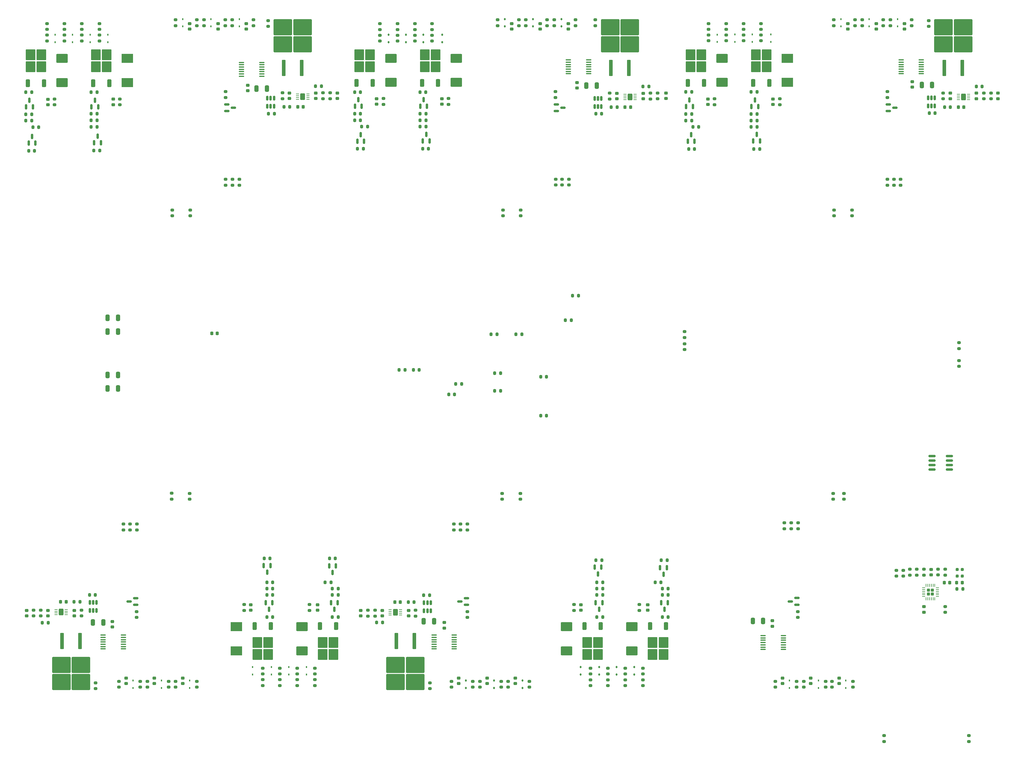
<source format=gbr>
%TF.GenerationSoftware,KiCad,Pcbnew,8.0.1*%
%TF.CreationDate,2024-04-17T10:04:04-05:00*%
%TF.ProjectId,Kristerj,4b726973-7465-4726-9a2e-6b696361645f,rev?*%
%TF.SameCoordinates,Original*%
%TF.FileFunction,Paste,Top*%
%TF.FilePolarity,Positive*%
%FSLAX46Y46*%
G04 Gerber Fmt 4.6, Leading zero omitted, Abs format (unit mm)*
G04 Created by KiCad (PCBNEW 8.0.1) date 2024-04-17 10:04:04*
%MOMM*%
%LPD*%
G01*
G04 APERTURE LIST*
G04 Aperture macros list*
%AMRoundRect*
0 Rectangle with rounded corners*
0 $1 Rounding radius*
0 $2 $3 $4 $5 $6 $7 $8 $9 X,Y pos of 4 corners*
0 Add a 4 corners polygon primitive as box body*
4,1,4,$2,$3,$4,$5,$6,$7,$8,$9,$2,$3,0*
0 Add four circle primitives for the rounded corners*
1,1,$1+$1,$2,$3*
1,1,$1+$1,$4,$5*
1,1,$1+$1,$6,$7*
1,1,$1+$1,$8,$9*
0 Add four rect primitives between the rounded corners*
20,1,$1+$1,$2,$3,$4,$5,0*
20,1,$1+$1,$4,$5,$6,$7,0*
20,1,$1+$1,$6,$7,$8,$9,0*
20,1,$1+$1,$8,$9,$2,$3,0*%
%AMFreePoly0*
4,1,25,0.266375,0.443630,0.297109,0.420047,0.420047,0.297109,0.458455,0.230584,0.463512,0.192176,0.463512,-0.192176,0.443630,-0.266375,0.420047,-0.297109,0.297109,-0.420047,0.230584,-0.458455,0.192176,-0.463512,-0.192176,-0.463512,-0.266375,-0.443630,-0.297109,-0.420047,-0.420047,-0.297109,-0.458455,-0.230584,-0.463512,-0.192176,-0.463512,0.192176,-0.443630,0.266375,-0.420047,0.297109,
-0.297109,0.420047,-0.230584,0.458455,-0.192176,0.463512,0.192176,0.463512,0.266375,0.443630,0.266375,0.443630,$1*%
G04 Aperture macros list end*
%ADD10RoundRect,0.250000X0.325000X0.650000X-0.325000X0.650000X-0.325000X-0.650000X0.325000X-0.650000X0*%
%ADD11RoundRect,0.225000X-0.250000X0.225000X-0.250000X-0.225000X0.250000X-0.225000X0.250000X0.225000X0*%
%ADD12RoundRect,0.225000X0.250000X-0.225000X0.250000X0.225000X-0.250000X0.225000X-0.250000X-0.225000X0*%
%ADD13R,0.450000X0.600000*%
%ADD14R,3.300000X2.500000*%
%ADD15RoundRect,0.112500X-0.112500X0.187500X-0.112500X-0.187500X0.112500X-0.187500X0.112500X0.187500X0*%
%ADD16RoundRect,0.112500X0.112500X-0.187500X0.112500X0.187500X-0.112500X0.187500X-0.112500X-0.187500X0*%
%ADD17RoundRect,0.250000X-0.300000X2.050000X-0.300000X-2.050000X0.300000X-2.050000X0.300000X2.050000X0*%
%ADD18RoundRect,0.250000X-2.375000X2.025000X-2.375000X-2.025000X2.375000X-2.025000X2.375000X2.025000X0*%
%ADD19RoundRect,0.250000X0.350000X-0.850000X0.350000X0.850000X-0.350000X0.850000X-0.350000X-0.850000X0*%
%ADD20RoundRect,0.250000X1.125000X-1.275000X1.125000X1.275000X-1.125000X1.275000X-1.125000X-1.275000X0*%
%ADD21RoundRect,0.250000X0.300000X-2.050000X0.300000X2.050000X-0.300000X2.050000X-0.300000X-2.050000X0*%
%ADD22RoundRect,0.250000X2.375000X-2.025000X2.375000X2.025000X-2.375000X2.025000X-2.375000X-2.025000X0*%
%ADD23RoundRect,0.200000X0.275000X-0.200000X0.275000X0.200000X-0.275000X0.200000X-0.275000X-0.200000X0*%
%ADD24RoundRect,0.200000X-0.275000X0.200000X-0.275000X-0.200000X0.275000X-0.200000X0.275000X0.200000X0*%
%ADD25RoundRect,0.200000X0.200000X0.275000X-0.200000X0.275000X-0.200000X-0.275000X0.200000X-0.275000X0*%
%ADD26RoundRect,0.200000X-0.200000X-0.275000X0.200000X-0.275000X0.200000X0.275000X-0.200000X0.275000X0*%
%ADD27RoundRect,0.250000X0.415000X0.710000X-0.415000X0.710000X-0.415000X-0.710000X0.415000X-0.710000X0*%
%ADD28RoundRect,0.062500X0.362500X0.062500X-0.362500X0.062500X-0.362500X-0.062500X0.362500X-0.062500X0*%
%ADD29RoundRect,0.250000X-0.415000X-0.710000X0.415000X-0.710000X0.415000X0.710000X-0.415000X0.710000X0*%
%ADD30RoundRect,0.062500X-0.362500X-0.062500X0.362500X-0.062500X0.362500X0.062500X-0.362500X0.062500X0*%
%ADD31RoundRect,0.225000X-0.225000X-0.250000X0.225000X-0.250000X0.225000X0.250000X-0.225000X0.250000X0*%
%ADD32RoundRect,0.225000X0.225000X0.250000X-0.225000X0.250000X-0.225000X-0.250000X0.225000X-0.250000X0*%
%ADD33RoundRect,0.150000X-0.150000X0.587500X-0.150000X-0.587500X0.150000X-0.587500X0.150000X0.587500X0*%
%ADD34RoundRect,0.150000X-0.150000X0.512500X-0.150000X-0.512500X0.150000X-0.512500X0.150000X0.512500X0*%
%ADD35RoundRect,0.150000X0.150000X-0.512500X0.150000X0.512500X-0.150000X0.512500X-0.150000X-0.512500X0*%
%ADD36RoundRect,0.250000X-1.400000X-1.000000X1.400000X-1.000000X1.400000X1.000000X-1.400000X1.000000X0*%
%ADD37RoundRect,0.250000X1.400000X1.000000X-1.400000X1.000000X-1.400000X-1.000000X1.400000X-1.000000X0*%
%ADD38RoundRect,0.250000X-0.350000X0.850000X-0.350000X-0.850000X0.350000X-0.850000X0.350000X0.850000X0*%
%ADD39RoundRect,0.250000X-1.125000X1.275000X-1.125000X-1.275000X1.125000X-1.275000X1.125000X1.275000X0*%
%ADD40RoundRect,0.150000X0.150000X-0.587500X0.150000X0.587500X-0.150000X0.587500X-0.150000X-0.587500X0*%
%ADD41RoundRect,0.200000X-0.200000X-0.250000X0.200000X-0.250000X0.200000X0.250000X-0.200000X0.250000X0*%
%ADD42FreePoly0,180.000000*%
%ADD43RoundRect,0.062500X0.375000X0.062500X-0.375000X0.062500X-0.375000X-0.062500X0.375000X-0.062500X0*%
%ADD44RoundRect,0.062500X0.062500X0.375000X-0.062500X0.375000X-0.062500X-0.375000X0.062500X-0.375000X0*%
%ADD45RoundRect,0.100000X-0.637500X-0.100000X0.637500X-0.100000X0.637500X0.100000X-0.637500X0.100000X0*%
%ADD46RoundRect,0.250000X-0.325000X-0.650000X0.325000X-0.650000X0.325000X0.650000X-0.325000X0.650000X0*%
%ADD47RoundRect,0.150000X-0.587500X-0.150000X0.587500X-0.150000X0.587500X0.150000X-0.587500X0.150000X0*%
%ADD48RoundRect,0.100000X0.637500X0.100000X-0.637500X0.100000X-0.637500X-0.100000X0.637500X-0.100000X0*%
%ADD49RoundRect,0.150000X0.587500X0.150000X-0.587500X0.150000X-0.587500X-0.150000X0.587500X-0.150000X0*%
%ADD50RoundRect,0.150000X-0.825000X-0.150000X0.825000X-0.150000X0.825000X0.150000X-0.825000X0.150000X0*%
G04 APERTURE END LIST*
D10*
%TO.C,C3*%
X184700000Y-193215000D03*
X181750000Y-193215000D03*
%TD*%
D11*
%TO.C,C9*%
X246675000Y-125705000D03*
X246675000Y-127255000D03*
%TD*%
%TO.C,C10*%
X222230000Y-270475000D03*
X222230000Y-272025000D03*
%TD*%
D12*
%TO.C,C11*%
X172360000Y-273620000D03*
X172360000Y-272070000D03*
%TD*%
D11*
%TO.C,C16*%
X241090000Y-270475000D03*
X241090000Y-272025000D03*
%TD*%
%TO.C,C35*%
X419900000Y-125755000D03*
X419900000Y-127305000D03*
%TD*%
D12*
%TO.C,C36*%
X369850000Y-128935000D03*
X369850000Y-127385000D03*
%TD*%
D13*
%TO.C,D1*%
X237950000Y-290200000D03*
X237950000Y-288100000D03*
%TD*%
%TO.C,D3*%
X232980000Y-290200000D03*
X232980000Y-288100000D03*
%TD*%
%TO.C,D5*%
X203000000Y-104775000D03*
X203000000Y-106875000D03*
%TD*%
%TO.C,D7*%
X228060000Y-290200000D03*
X228060000Y-288100000D03*
%TD*%
%TO.C,D9*%
X211000000Y-104775000D03*
X211000000Y-106875000D03*
%TD*%
%TO.C,D11*%
X219000000Y-104775000D03*
X219000000Y-106875000D03*
%TD*%
%TO.C,D13*%
X222785000Y-290200000D03*
X222785000Y-288100000D03*
%TD*%
D14*
%TO.C,D15*%
X218210000Y-276705000D03*
X218210000Y-283505000D03*
%TD*%
D15*
%TO.C,D25*%
X266115000Y-109235000D03*
X266115000Y-111335000D03*
%TD*%
%TO.C,D29*%
X271030000Y-109235000D03*
X271030000Y-111335000D03*
%TD*%
%TO.C,D31*%
X302000000Y-104775000D03*
X302000000Y-106875000D03*
%TD*%
D16*
%TO.C,D32*%
X291000000Y-294050000D03*
X291000000Y-291950000D03*
%TD*%
D13*
%TO.C,D49*%
X389000000Y-104775000D03*
X389000000Y-106875000D03*
%TD*%
%TO.C,D51*%
X363945000Y-109165000D03*
X363945000Y-111265000D03*
%TD*%
%TO.C,D54*%
X382665000Y-294050000D03*
X382665000Y-291950000D03*
%TD*%
%TO.C,D55*%
X405000000Y-104775000D03*
X405000000Y-106875000D03*
%TD*%
D14*
%TO.C,D59*%
X373870000Y-122705000D03*
X373870000Y-115905000D03*
%TD*%
D17*
%TO.C,Q11*%
X174010000Y-280770000D03*
D18*
X174245000Y-287495000D03*
X168695000Y-287495000D03*
X174245000Y-292345000D03*
X168695000Y-292345000D03*
D17*
X168930000Y-280770000D03*
%TD*%
D19*
%TO.C,Q33*%
X345745000Y-122855000D03*
D20*
X346500000Y-118230000D03*
X349550000Y-118230000D03*
X346500000Y-114880000D03*
X349550000Y-114880000D03*
D19*
X350305000Y-122855000D03*
%TD*%
D21*
%TO.C,Q36*%
X418225000Y-118640000D03*
D22*
X417990000Y-111915000D03*
X423540000Y-111915000D03*
X417990000Y-107065000D03*
X423540000Y-107065000D03*
D21*
X423305000Y-118640000D03*
%TD*%
D23*
%TO.C,R1*%
X240360000Y-293335000D03*
X240360000Y-291685000D03*
%TD*%
%TO.C,R2*%
X240360000Y-290095000D03*
X240360000Y-288445000D03*
%TD*%
D24*
%TO.C,R4*%
X164675000Y-109320000D03*
X164675000Y-110970000D03*
%TD*%
%TO.C,R5*%
X422385000Y-201400000D03*
X422385000Y-203050000D03*
%TD*%
D23*
%TO.C,R6*%
X422385000Y-198005000D03*
X422385000Y-196355000D03*
%TD*%
D24*
%TO.C,R9*%
X169550000Y-106075000D03*
X169550000Y-107725000D03*
%TD*%
D23*
%TO.C,R11*%
X186220000Y-249300000D03*
X186220000Y-247650000D03*
%TD*%
D24*
%TO.C,R13*%
X207000000Y-292175000D03*
X207000000Y-293825000D03*
%TD*%
D23*
%TO.C,R14*%
X230470000Y-293335000D03*
X230470000Y-291685000D03*
%TD*%
D24*
%TO.C,R22*%
X217045000Y-150115000D03*
X217045000Y-151765000D03*
%TD*%
%TO.C,R23*%
X199000000Y-292175000D03*
X199000000Y-293825000D03*
%TD*%
D23*
%TO.C,R24*%
X189980000Y-274075000D03*
X189980000Y-272425000D03*
%TD*%
%TO.C,R25*%
X218985000Y-151765000D03*
X218985000Y-150115000D03*
%TD*%
D24*
%TO.C,R26*%
X215165000Y-125325000D03*
X215165000Y-126975000D03*
%TD*%
D23*
%TO.C,R27*%
X217000000Y-106650000D03*
X217000000Y-105000000D03*
%TD*%
D24*
%TO.C,R28*%
X191000000Y-292175000D03*
X191000000Y-293825000D03*
%TD*%
D23*
%TO.C,R29*%
X225595000Y-293335000D03*
X225595000Y-291685000D03*
%TD*%
%TO.C,R30*%
X225595000Y-290095000D03*
X225595000Y-288445000D03*
%TD*%
D25*
%TO.C,R47*%
X228435000Y-274000000D03*
X226785000Y-274000000D03*
%TD*%
D24*
%TO.C,R52*%
X174385000Y-272020000D03*
X174385000Y-273670000D03*
%TD*%
D23*
%TO.C,R53*%
X231170000Y-127305000D03*
X231170000Y-125655000D03*
%TD*%
D25*
%TO.C,R58*%
X228910000Y-131570000D03*
X227260000Y-131570000D03*
%TD*%
D23*
%TO.C,R61*%
X242680000Y-127305000D03*
X242680000Y-125655000D03*
%TD*%
D25*
%TO.C,R62*%
X161115000Y-142085000D03*
X159465000Y-142085000D03*
%TD*%
D26*
%TO.C,R65*%
X245270000Y-267735000D03*
X246920000Y-267735000D03*
%TD*%
D24*
%TO.C,R87*%
X301000000Y-292175000D03*
X301000000Y-293825000D03*
%TD*%
%TO.C,R89*%
X268625000Y-106095000D03*
X268625000Y-107745000D03*
%TD*%
%TO.C,R90*%
X268625000Y-109340000D03*
X268625000Y-110990000D03*
%TD*%
D23*
%TO.C,R93*%
X323130000Y-290090000D03*
X323130000Y-288440000D03*
%TD*%
D24*
%TO.C,R95*%
X283445000Y-247645000D03*
X283445000Y-249295000D03*
%TD*%
D23*
%TO.C,R96*%
X300000000Y-106650000D03*
X300000000Y-105000000D03*
%TD*%
D24*
%TO.C,R97*%
X293000000Y-292175000D03*
X293000000Y-293825000D03*
%TD*%
%TO.C,R99*%
X308347500Y-125325000D03*
X308347500Y-126975000D03*
%TD*%
D23*
%TO.C,R101*%
X308000000Y-106650000D03*
X308000000Y-105000000D03*
%TD*%
D24*
%TO.C,R104*%
X273495000Y-109340000D03*
X273495000Y-110990000D03*
%TD*%
D23*
%TO.C,R105*%
X318260000Y-293395000D03*
X318260000Y-291745000D03*
%TD*%
%TO.C,R106*%
X318260000Y-290090000D03*
X318260000Y-288440000D03*
%TD*%
%TO.C,R107*%
X298555000Y-160470000D03*
X298555000Y-158820000D03*
%TD*%
D24*
%TO.C,R108*%
X293485000Y-158820000D03*
X293485000Y-160470000D03*
%TD*%
%TO.C,R109*%
X293305000Y-238965000D03*
X293305000Y-240615000D03*
%TD*%
D26*
%TO.C,R111*%
X319795000Y-257855000D03*
X321445000Y-257855000D03*
%TD*%
%TO.C,R112*%
X266740000Y-269715000D03*
X268390000Y-269715000D03*
%TD*%
%TO.C,R115*%
X320060000Y-264110000D03*
X321710000Y-264110000D03*
%TD*%
D25*
%TO.C,R116*%
X321710000Y-265925000D03*
X320060000Y-265925000D03*
%TD*%
D23*
%TO.C,R132*%
X335190000Y-127380000D03*
X335190000Y-125730000D03*
%TD*%
D26*
%TO.C,R133*%
X338235000Y-257855000D03*
X339885000Y-257855000D03*
%TD*%
D25*
%TO.C,R134*%
X254045000Y-141460000D03*
X252395000Y-141460000D03*
%TD*%
%TO.C,R135*%
X338185000Y-264110000D03*
X336535000Y-264110000D03*
%TD*%
%TO.C,R136*%
X340185000Y-265925000D03*
X338535000Y-265925000D03*
%TD*%
D26*
%TO.C,R137*%
X338535000Y-267735000D03*
X340185000Y-267735000D03*
%TD*%
%TO.C,R138*%
X253590000Y-135210000D03*
X255240000Y-135210000D03*
%TD*%
%TO.C,R139*%
X251580000Y-133400000D03*
X253230000Y-133400000D03*
%TD*%
%TO.C,R140*%
X257800000Y-275510000D03*
X259450000Y-275510000D03*
%TD*%
D25*
%TO.C,R141*%
X334720000Y-123880000D03*
X333070000Y-123880000D03*
%TD*%
%TO.C,R142*%
X253240000Y-131570000D03*
X251590000Y-131570000D03*
%TD*%
%TO.C,R143*%
X340185000Y-274000000D03*
X338535000Y-274000000D03*
%TD*%
D26*
%TO.C,R144*%
X251590000Y-125435000D03*
X253240000Y-125435000D03*
%TD*%
D24*
%TO.C,R145*%
X272890000Y-292565000D03*
X272890000Y-294215000D03*
%TD*%
D23*
%TO.C,R146*%
X319635000Y-106650000D03*
X319635000Y-105000000D03*
%TD*%
%TO.C,R147*%
X332060000Y-272075000D03*
X332060000Y-270425000D03*
%TD*%
D24*
%TO.C,R148*%
X259720000Y-127270000D03*
X259720000Y-128920000D03*
%TD*%
%TO.C,R153*%
X356615000Y-106045000D03*
X356615000Y-107695000D03*
%TD*%
%TO.C,R154*%
X356620000Y-109270000D03*
X356620000Y-110920000D03*
%TD*%
%TO.C,R157*%
X402130000Y-150115000D03*
X402130000Y-151765000D03*
%TD*%
D23*
%TO.C,R158*%
X373055000Y-248990000D03*
X373055000Y-247340000D03*
%TD*%
%TO.C,R159*%
X387000000Y-106650000D03*
X387000000Y-105000000D03*
%TD*%
D24*
%TO.C,R169*%
X374955000Y-247330000D03*
X374955000Y-248980000D03*
%TD*%
%TO.C,R170*%
X384710000Y-292175000D03*
X384710000Y-293825000D03*
%TD*%
%TO.C,R171*%
X402140000Y-125335000D03*
X402140000Y-126985000D03*
%TD*%
D23*
%TO.C,R172*%
X376867500Y-274070000D03*
X376867500Y-272420000D03*
%TD*%
D24*
%TO.C,R175*%
X366405000Y-106045000D03*
X366405000Y-107695000D03*
%TD*%
%TO.C,R176*%
X366405000Y-109270000D03*
X366405000Y-110920000D03*
%TD*%
D23*
%TO.C,R179*%
X392145000Y-160470000D03*
X392145000Y-158820000D03*
%TD*%
D24*
%TO.C,R180*%
X387075000Y-158820000D03*
X387075000Y-160470000D03*
%TD*%
%TO.C,R181*%
X386790000Y-238965000D03*
X386790000Y-240615000D03*
%TD*%
D23*
%TO.C,R182*%
X389865000Y-240615000D03*
X389865000Y-238965000D03*
%TD*%
D25*
%TO.C,R183*%
X366060000Y-141555000D03*
X364410000Y-141555000D03*
%TD*%
%TO.C,R185*%
X419970000Y-129740000D03*
X418320000Y-129740000D03*
%TD*%
%TO.C,R187*%
X365295000Y-135300000D03*
X363645000Y-135300000D03*
%TD*%
D26*
%TO.C,R188*%
X363645000Y-133485000D03*
X365295000Y-133485000D03*
%TD*%
D25*
%TO.C,R189*%
X365295000Y-131675000D03*
X363645000Y-131675000D03*
%TD*%
D26*
%TO.C,R193*%
X363645000Y-125410000D03*
X365295000Y-125410000D03*
%TD*%
D24*
%TO.C,R195*%
X371735000Y-127335000D03*
X371735000Y-128985000D03*
%TD*%
D23*
%TO.C,R198*%
X417870000Y-127355000D03*
X417870000Y-125705000D03*
%TD*%
D27*
%TO.C,U5*%
X168635000Y-272575000D03*
D28*
X170085000Y-273325000D03*
X170085000Y-272825000D03*
X170085000Y-272325000D03*
X170085000Y-271825000D03*
X167185000Y-271825000D03*
X167185000Y-272325000D03*
X167185000Y-272825000D03*
X167185000Y-273325000D03*
%TD*%
D27*
%TO.C,U13*%
X263090000Y-272610000D03*
D28*
X264540000Y-273360000D03*
X264540000Y-272860000D03*
X264540000Y-272360000D03*
X264540000Y-271860000D03*
X261640000Y-271860000D03*
X261640000Y-272360000D03*
X261640000Y-272860000D03*
X261640000Y-273360000D03*
%TD*%
D29*
%TO.C,U14*%
X329430000Y-126825000D03*
D30*
X327980000Y-126075000D03*
X327980000Y-126575000D03*
X327980000Y-127075000D03*
X327980000Y-127575000D03*
X330880000Y-127575000D03*
X330880000Y-127075000D03*
X330880000Y-126575000D03*
X330880000Y-126075000D03*
%TD*%
D29*
%TO.C,U22*%
X423630000Y-126800000D03*
D30*
X422180000Y-126050000D03*
X422180000Y-126550000D03*
X422180000Y-127050000D03*
X422180000Y-127550000D03*
X425080000Y-127550000D03*
X425080000Y-127050000D03*
X425080000Y-126550000D03*
X425080000Y-126050000D03*
%TD*%
D16*
%TO.C,D30*%
X320725000Y-290195000D03*
X320725000Y-288095000D03*
%TD*%
D10*
%TO.C,C1*%
X184700000Y-209295000D03*
X181750000Y-209295000D03*
%TD*%
D13*
%TO.C,D6*%
X205000000Y-294050000D03*
X205000000Y-291950000D03*
%TD*%
%TO.C,D4*%
X171890000Y-109205000D03*
X171890000Y-111305000D03*
%TD*%
%TO.C,D2*%
X166915000Y-109215000D03*
X166915000Y-111315000D03*
%TD*%
%TO.C,D8*%
X176840000Y-109215000D03*
X176840000Y-111315000D03*
%TD*%
%TO.C,D14*%
X181870000Y-109215000D03*
X181870000Y-111315000D03*
%TD*%
%TO.C,D12*%
X189000000Y-294050000D03*
X189000000Y-291950000D03*
%TD*%
D14*
%TO.C,D16*%
X187360000Y-122740000D03*
X187360000Y-115940000D03*
%TD*%
D13*
%TO.C,D10*%
X197000000Y-294050000D03*
X197000000Y-291950000D03*
%TD*%
D25*
%TO.C,R64*%
X246920000Y-265925000D03*
X245270000Y-265925000D03*
%TD*%
D26*
%TO.C,R66*%
X160665000Y-135335000D03*
X162315000Y-135335000D03*
%TD*%
%TO.C,R67*%
X158665000Y-133540000D03*
X160315000Y-133540000D03*
%TD*%
D25*
%TO.C,R63*%
X244920000Y-264110000D03*
X243270000Y-264110000D03*
%TD*%
D23*
%TO.C,R57*%
X244705000Y-127305000D03*
X244705000Y-125655000D03*
%TD*%
D25*
%TO.C,R43*%
X178795000Y-135250000D03*
X177145000Y-135250000D03*
%TD*%
%TO.C,R40*%
X233270000Y-129630000D03*
X231620000Y-129630000D03*
%TD*%
D24*
%TO.C,R33*%
X199865000Y-238955000D03*
X199865000Y-240605000D03*
%TD*%
D26*
%TO.C,R56*%
X176655000Y-267730000D03*
X178305000Y-267730000D03*
%TD*%
D24*
%TO.C,R49*%
X344810000Y-196660000D03*
X344810000Y-198310000D03*
%TD*%
%TO.C,R36*%
X200055000Y-158820000D03*
X200055000Y-160470000D03*
%TD*%
D26*
%TO.C,R41*%
X226785000Y-264110000D03*
X228435000Y-264110000D03*
%TD*%
D24*
%TO.C,R32*%
X179450000Y-109320000D03*
X179450000Y-110970000D03*
%TD*%
D26*
%TO.C,R39*%
X172285000Y-269675000D03*
X173935000Y-269675000D03*
%TD*%
%TO.C,R37*%
X226020000Y-257355000D03*
X227670000Y-257355000D03*
%TD*%
%TO.C,R60*%
X244470000Y-257355000D03*
X246120000Y-257355000D03*
%TD*%
D25*
%TO.C,R38*%
X179545000Y-141995000D03*
X177895000Y-141995000D03*
%TD*%
D24*
%TO.C,R59*%
X162875000Y-272020000D03*
X162875000Y-273670000D03*
%TD*%
D23*
%TO.C,R54*%
X344815000Y-194855000D03*
X344815000Y-193205000D03*
%TD*%
D24*
%TO.C,R55*%
X160850000Y-272020000D03*
X160850000Y-273670000D03*
%TD*%
D26*
%TO.C,R48*%
X177135000Y-125495000D03*
X178785000Y-125495000D03*
%TD*%
D25*
%TO.C,R42*%
X228435000Y-265925000D03*
X226785000Y-265925000D03*
%TD*%
D23*
%TO.C,R34*%
X204940000Y-240615000D03*
X204940000Y-238965000D03*
%TD*%
%TO.C,R35*%
X205135000Y-160470000D03*
X205135000Y-158820000D03*
%TD*%
D31*
%TO.C,C19*%
X328015000Y-129700000D03*
X329565000Y-129700000D03*
%TD*%
D32*
%TO.C,C18*%
X264505000Y-269715000D03*
X262955000Y-269715000D03*
%TD*%
D29*
%TO.C,U6*%
X236920000Y-126750000D03*
D30*
X235470000Y-126000000D03*
X235470000Y-126500000D03*
X235470000Y-127000000D03*
X235470000Y-127500000D03*
X238370000Y-127500000D03*
X238370000Y-127000000D03*
X238370000Y-126500000D03*
X238370000Y-126000000D03*
%TD*%
D33*
%TO.C,Q13*%
X321615000Y-269875000D03*
X319715000Y-269875000D03*
X320665000Y-271750000D03*
%TD*%
D21*
%TO.C,Q12*%
X231545000Y-118640000D03*
D22*
X231310000Y-111915000D03*
X236860000Y-111915000D03*
X231310000Y-107065000D03*
X236860000Y-107065000D03*
D21*
X236625000Y-118640000D03*
%TD*%
D34*
%TO.C,Q6*%
X228815000Y-127170000D03*
X227865000Y-127170000D03*
X226915000Y-127170000D03*
X226915000Y-129445000D03*
X227865000Y-129445000D03*
X228815000Y-129445000D03*
%TD*%
D35*
%TO.C,Q5*%
X176750000Y-272130000D03*
X177700000Y-272130000D03*
X178650000Y-272130000D03*
X178650000Y-269855000D03*
X177700000Y-269855000D03*
X176750000Y-269855000D03*
%TD*%
D24*
%TO.C,R10*%
X169550000Y-109320000D03*
X169550000Y-110970000D03*
%TD*%
D23*
%TO.C,R12*%
X201000000Y-106650000D03*
X201000000Y-105000000D03*
%TD*%
%TO.C,R21*%
X209000000Y-106650000D03*
X209000000Y-105000000D03*
%TD*%
D24*
%TO.C,R19*%
X215145000Y-150115000D03*
X215145000Y-151765000D03*
%TD*%
D23*
%TO.C,R18*%
X188120000Y-249300000D03*
X188120000Y-247650000D03*
%TD*%
D24*
%TO.C,R17*%
X174465000Y-109320000D03*
X174465000Y-110970000D03*
%TD*%
D13*
%TO.C,D47*%
X359030000Y-109165000D03*
X359030000Y-111265000D03*
%TD*%
%TO.C,D53*%
X397000000Y-104775000D03*
X397000000Y-106875000D03*
%TD*%
%TO.C,D45*%
X354055000Y-109170000D03*
X354055000Y-111270000D03*
%TD*%
%TO.C,D57*%
X369215000Y-109165000D03*
X369215000Y-111265000D03*
%TD*%
D23*
%TO.C,R94*%
X310235000Y-151745000D03*
X310235000Y-150095000D03*
%TD*%
D24*
%TO.C,R102*%
X285000000Y-292175000D03*
X285000000Y-293825000D03*
%TD*%
%TO.C,R88*%
X308385000Y-150095000D03*
X308385000Y-151745000D03*
%TD*%
D25*
%TO.C,R114*%
X325780000Y-129700000D03*
X324130000Y-129700000D03*
%TD*%
%TO.C,R113*%
X272460000Y-141460000D03*
X270810000Y-141460000D03*
%TD*%
D24*
%TO.C,R103*%
X273495000Y-106095000D03*
X273495000Y-107745000D03*
%TD*%
D10*
%TO.C,C2*%
X184700000Y-205460000D03*
X181750000Y-205460000D03*
%TD*%
%TO.C,C4*%
X184700000Y-189295000D03*
X181750000Y-189295000D03*
%TD*%
D32*
%TO.C,C5*%
X212775000Y-193675000D03*
X211225000Y-193675000D03*
%TD*%
%TO.C,C6*%
X170050000Y-269675000D03*
X168500000Y-269675000D03*
%TD*%
D31*
%TO.C,C7*%
X235505000Y-129640000D03*
X237055000Y-129640000D03*
%TD*%
D12*
%TO.C,C8*%
X158880000Y-273620000D03*
X158880000Y-272070000D03*
%TD*%
D11*
%TO.C,C12*%
X233195000Y-125705000D03*
X233195000Y-127255000D03*
%TD*%
D12*
%TO.C,C13*%
X183340000Y-129005000D03*
X183340000Y-127455000D03*
%TD*%
D11*
%TO.C,C14*%
X164920000Y-272070000D03*
X164920000Y-273620000D03*
%TD*%
D12*
%TO.C,C15*%
X240635000Y-127255000D03*
X240635000Y-125705000D03*
%TD*%
%TO.C,C20*%
X253335000Y-273655000D03*
X253335000Y-272105000D03*
%TD*%
D11*
%TO.C,C21*%
X339605000Y-125695000D03*
X339605000Y-127245000D03*
%TD*%
D12*
%TO.C,C22*%
X266815000Y-273655000D03*
X266815000Y-272105000D03*
%TD*%
D11*
%TO.C,C23*%
X325705000Y-125815000D03*
X325705000Y-127365000D03*
%TD*%
%TO.C,C24*%
X315505000Y-270475000D03*
X315505000Y-272025000D03*
%TD*%
D12*
%TO.C,C25*%
X276270000Y-128870000D03*
X276270000Y-127320000D03*
%TD*%
D11*
%TO.C,C26*%
X259375000Y-272105000D03*
X259375000Y-273655000D03*
%TD*%
D12*
%TO.C,C27*%
X333145000Y-127330000D03*
X333145000Y-125780000D03*
%TD*%
D11*
%TO.C,C28*%
X334440000Y-270475000D03*
X334440000Y-272025000D03*
%TD*%
D12*
%TO.C,C29*%
X257810000Y-128870000D03*
X257810000Y-127320000D03*
%TD*%
D31*
%TO.C,C31*%
X422215000Y-129740000D03*
X423765000Y-129740000D03*
%TD*%
D11*
%TO.C,C33*%
X433385000Y-125755000D03*
X433385000Y-127305000D03*
%TD*%
D36*
%TO.C,D21*%
X236685000Y-276705000D03*
X236685000Y-283505000D03*
%TD*%
D37*
%TO.C,D22*%
X168900000Y-122740000D03*
X168900000Y-115940000D03*
%TD*%
D15*
%TO.C,D23*%
X261145000Y-109235000D03*
X261145000Y-111335000D03*
%TD*%
D16*
%TO.C,D24*%
X330610000Y-290195000D03*
X330610000Y-288095000D03*
%TD*%
%TO.C,D26*%
X325640000Y-290195000D03*
X325640000Y-288095000D03*
%TD*%
D15*
%TO.C,D27*%
X294000000Y-104775000D03*
X294000000Y-106875000D03*
%TD*%
D16*
%TO.C,D28*%
X299000000Y-294050000D03*
X299000000Y-291950000D03*
%TD*%
D15*
%TO.C,D33*%
X310000000Y-104775000D03*
X310000000Y-106875000D03*
%TD*%
D16*
%TO.C,D34*%
X283000000Y-294050000D03*
X283000000Y-291950000D03*
%TD*%
D38*
%TO.C,Q3*%
X227870000Y-276555000D03*
D39*
X227115000Y-281180000D03*
X224065000Y-281180000D03*
X227115000Y-284530000D03*
X224065000Y-284530000D03*
D38*
X223310000Y-276555000D03*
%TD*%
D19*
%TO.C,Q4*%
X177700000Y-122890000D03*
D20*
X178455000Y-118265000D03*
X181505000Y-118265000D03*
X178455000Y-114915000D03*
X181505000Y-114915000D03*
D19*
X182260000Y-122890000D03*
%TD*%
D33*
%TO.C,Q7*%
X246825000Y-269875000D03*
X244925000Y-269875000D03*
X245875000Y-271750000D03*
%TD*%
D40*
%TO.C,Q8*%
X158755000Y-129615000D03*
X160655000Y-129615000D03*
X159705000Y-127740000D03*
%TD*%
D38*
%TO.C,Q9*%
X246355000Y-276555000D03*
D39*
X245600000Y-281180000D03*
X242550000Y-281180000D03*
X245600000Y-284530000D03*
X242550000Y-284530000D03*
D38*
X241795000Y-276555000D03*
%TD*%
D19*
%TO.C,Q10*%
X159225000Y-122890000D03*
D20*
X159980000Y-118265000D03*
X163030000Y-118265000D03*
X159980000Y-114915000D03*
X163030000Y-114915000D03*
D19*
X163785000Y-122890000D03*
%TD*%
D40*
%TO.C,Q14*%
X270160000Y-129465000D03*
X272060000Y-129465000D03*
X271110000Y-127590000D03*
%TD*%
D38*
%TO.C,Q15*%
X321145000Y-276555000D03*
D39*
X320390000Y-281180000D03*
X317340000Y-281180000D03*
X320390000Y-284530000D03*
X317340000Y-284530000D03*
D38*
X316585000Y-276555000D03*
%TD*%
D19*
%TO.C,Q16*%
X270630000Y-122855000D03*
D20*
X271385000Y-118230000D03*
X274435000Y-118230000D03*
X271385000Y-114880000D03*
X274435000Y-114880000D03*
D19*
X275190000Y-122855000D03*
%TD*%
D34*
%TO.C,Q18*%
X321325000Y-127240000D03*
X320375000Y-127240000D03*
X319425000Y-127240000D03*
X319425000Y-129515000D03*
X320375000Y-129515000D03*
X321325000Y-129515000D03*
%TD*%
D33*
%TO.C,Q19*%
X340090000Y-269875000D03*
X338190000Y-269875000D03*
X339140000Y-271750000D03*
%TD*%
D24*
%TO.C,R3*%
X164675000Y-106075000D03*
X164675000Y-107725000D03*
%TD*%
D23*
%TO.C,R7*%
X235395000Y-293335000D03*
X235395000Y-291685000D03*
%TD*%
%TO.C,R8*%
X235395000Y-290095000D03*
X235395000Y-288445000D03*
%TD*%
%TO.C,R15*%
X230470000Y-290095000D03*
X230470000Y-288445000D03*
%TD*%
D24*
%TO.C,R20*%
X190060000Y-247650000D03*
X190060000Y-249300000D03*
%TD*%
%TO.C,R31*%
X179450000Y-106075000D03*
X179450000Y-107725000D03*
%TD*%
D26*
%TO.C,R44*%
X177145000Y-133445000D03*
X178795000Y-133445000D03*
%TD*%
%TO.C,R45*%
X226785000Y-267735000D03*
X228435000Y-267735000D03*
%TD*%
D25*
%TO.C,R46*%
X178795000Y-131595000D03*
X177145000Y-131595000D03*
%TD*%
D23*
%TO.C,R50*%
X220345000Y-272075000D03*
X220345000Y-270425000D03*
%TD*%
D24*
%TO.C,R51*%
X185225000Y-127405000D03*
X185225000Y-129055000D03*
%TD*%
D25*
%TO.C,R68*%
X160310000Y-131735000D03*
X158660000Y-131735000D03*
%TD*%
%TO.C,R69*%
X246920000Y-274000000D03*
X245270000Y-274000000D03*
%TD*%
D26*
%TO.C,R70*%
X163345000Y-275540000D03*
X164995000Y-275540000D03*
%TD*%
D25*
%TO.C,R71*%
X242210000Y-123805000D03*
X240560000Y-123805000D03*
%TD*%
D26*
%TO.C,R72*%
X158660000Y-125495000D03*
X160310000Y-125495000D03*
%TD*%
D23*
%TO.C,R73*%
X238795000Y-272075000D03*
X238795000Y-270425000D03*
%TD*%
D24*
%TO.C,R74*%
X178400000Y-292565000D03*
X178400000Y-294215000D03*
%TD*%
D23*
%TO.C,R75*%
X227130000Y-106845000D03*
X227130000Y-105195000D03*
%TD*%
D24*
%TO.C,R76*%
X166790000Y-127410000D03*
X166790000Y-129060000D03*
%TD*%
%TO.C,R77*%
X258730000Y-106095000D03*
X258730000Y-107745000D03*
%TD*%
%TO.C,R78*%
X258730000Y-109340000D03*
X258730000Y-110990000D03*
%TD*%
D23*
%TO.C,R79*%
X333025000Y-293395000D03*
X333025000Y-291745000D03*
%TD*%
%TO.C,R80*%
X333025000Y-290090000D03*
X333025000Y-288440000D03*
%TD*%
D24*
%TO.C,R81*%
X263695000Y-106095000D03*
X263695000Y-107745000D03*
%TD*%
%TO.C,R82*%
X263695000Y-109340000D03*
X263695000Y-110990000D03*
%TD*%
D23*
%TO.C,R83*%
X328060000Y-293395000D03*
X328060000Y-291745000D03*
%TD*%
%TO.C,R84*%
X328060000Y-290090000D03*
X328060000Y-288440000D03*
%TD*%
D24*
%TO.C,R85*%
X312125000Y-150095000D03*
X312125000Y-151745000D03*
%TD*%
D23*
%TO.C,R86*%
X292000000Y-106650000D03*
X292000000Y-105000000D03*
%TD*%
%TO.C,R91*%
X281510000Y-249295000D03*
X281510000Y-247645000D03*
%TD*%
%TO.C,R92*%
X323130000Y-293395000D03*
X323130000Y-291745000D03*
%TD*%
D26*
%TO.C,R117*%
X320060000Y-267735000D03*
X321710000Y-267735000D03*
%TD*%
D25*
%TO.C,R118*%
X271725000Y-135210000D03*
X270075000Y-135210000D03*
%TD*%
D26*
%TO.C,R119*%
X270075000Y-133400000D03*
X271725000Y-133400000D03*
%TD*%
D25*
%TO.C,R120*%
X271725000Y-131570000D03*
X270075000Y-131570000D03*
%TD*%
%TO.C,R121*%
X321710000Y-274000000D03*
X320060000Y-274000000D03*
%TD*%
D26*
%TO.C,R122*%
X270065000Y-125435000D03*
X271715000Y-125435000D03*
%TD*%
D23*
%TO.C,R123*%
X313620000Y-272075000D03*
X313620000Y-270425000D03*
%TD*%
D24*
%TO.C,R124*%
X278155000Y-127270000D03*
X278155000Y-128920000D03*
%TD*%
%TO.C,R125*%
X268840000Y-272055000D03*
X268840000Y-273705000D03*
%TD*%
%TO.C,R16*%
X174465000Y-106075000D03*
X174465000Y-107725000D03*
%TD*%
D23*
%TO.C,R110*%
X298395000Y-240615000D03*
X298395000Y-238965000D03*
%TD*%
D13*
%TO.C,D56*%
X374485000Y-294050000D03*
X374485000Y-291950000D03*
%TD*%
%TO.C,D50*%
X390345000Y-294050000D03*
X390345000Y-291950000D03*
%TD*%
D23*
%TO.C,R100*%
X283455000Y-274085000D03*
X283455000Y-272435000D03*
%TD*%
D24*
%TO.C,R98*%
X279610000Y-247645000D03*
X279610000Y-249295000D03*
%TD*%
D11*
%TO.C,C50*%
X407000000Y-106050000D03*
X407000000Y-107600000D03*
%TD*%
D41*
%TO.C,X1*%
X421845000Y-260485000D03*
X421845000Y-262335000D03*
X423295000Y-262335000D03*
X423295000Y-260485000D03*
%TD*%
D23*
%TO.C,R201*%
X431415000Y-127355000D03*
X431415000Y-125705000D03*
%TD*%
D26*
%TO.C,R221*%
X268175000Y-204000000D03*
X269825000Y-204000000D03*
%TD*%
D15*
%TO.C,D35*%
X276305000Y-109235000D03*
X276305000Y-111335000D03*
%TD*%
D23*
%TO.C,R247*%
X279000000Y-293825000D03*
X279000000Y-292175000D03*
%TD*%
D42*
%TO.C,U8*%
X414890000Y-267480000D03*
X414890000Y-266340000D03*
X413750000Y-267480000D03*
X413750000Y-266340000D03*
D43*
X416257500Y-268160000D03*
X416257500Y-267660000D03*
X416257500Y-267160000D03*
X416257500Y-266660000D03*
X416257500Y-266160000D03*
X416257500Y-265660000D03*
D44*
X415570000Y-264972500D03*
X415070000Y-264972500D03*
X414570000Y-264972500D03*
X414070000Y-264972500D03*
X413570000Y-264972500D03*
X413070000Y-264972500D03*
D43*
X412382500Y-265660000D03*
X412382500Y-266160000D03*
X412382500Y-266660000D03*
X412382500Y-267160000D03*
X412382500Y-267660000D03*
X412382500Y-268160000D03*
D44*
X413070000Y-268847500D03*
X413570000Y-268847500D03*
X414070000Y-268847500D03*
X414570000Y-268847500D03*
X415070000Y-268847500D03*
X415570000Y-268847500D03*
%TD*%
D11*
%TO.C,C45*%
X296000000Y-106050000D03*
X296000000Y-107600000D03*
%TD*%
D24*
%TO.C,R149*%
X351645000Y-106050000D03*
X351645000Y-107700000D03*
%TD*%
D33*
%TO.C,Q37*%
X227817500Y-259375000D03*
X225917500Y-259375000D03*
X226867500Y-261250000D03*
%TD*%
D24*
%TO.C,R240*%
X401000000Y-105000000D03*
X401000000Y-106650000D03*
%TD*%
D23*
%TO.C,R260*%
X425185000Y-309170000D03*
X425185000Y-307520000D03*
%TD*%
D45*
%TO.C,U26*%
X312022500Y-116350000D03*
X312022500Y-117000000D03*
X312022500Y-117650000D03*
X312022500Y-118300000D03*
X312022500Y-118950000D03*
X312022500Y-119600000D03*
X312022500Y-120250000D03*
X317747500Y-120250000D03*
X317747500Y-119600000D03*
X317747500Y-118950000D03*
X317747500Y-118300000D03*
X317747500Y-117650000D03*
X317747500Y-117000000D03*
X317747500Y-116350000D03*
%TD*%
D26*
%TO.C,R225*%
X297175000Y-194000000D03*
X298825000Y-194000000D03*
%TD*%
D45*
%TO.C,U25*%
X219637500Y-117050000D03*
X219637500Y-117700000D03*
X219637500Y-118350000D03*
X219637500Y-119000000D03*
X219637500Y-119650000D03*
X219637500Y-120300000D03*
X219637500Y-120950000D03*
X225362500Y-120950000D03*
X225362500Y-120300000D03*
X225362500Y-119650000D03*
X225362500Y-119000000D03*
X225362500Y-118350000D03*
X225362500Y-117700000D03*
X225362500Y-117050000D03*
%TD*%
D10*
%TO.C,C67*%
X367050000Y-275075000D03*
X364100000Y-275075000D03*
%TD*%
D46*
%TO.C,C34*%
X223850000Y-124425000D03*
X226800000Y-124425000D03*
%TD*%
D25*
%TO.C,R202*%
X415620000Y-131435000D03*
X413970000Y-131435000D03*
%TD*%
D24*
%TO.C,R241*%
X409000000Y-105000000D03*
X409000000Y-106650000D03*
%TD*%
D11*
%TO.C,C44*%
X221000000Y-106050000D03*
X221000000Y-107600000D03*
%TD*%
D46*
%TO.C,C65*%
X411850000Y-123475000D03*
X414800000Y-123475000D03*
%TD*%
D12*
%TO.C,C37*%
X183155000Y-276790000D03*
X183155000Y-275240000D03*
%TD*%
D23*
%TO.C,R246*%
X287000000Y-293825000D03*
X287000000Y-292175000D03*
%TD*%
%TO.C,R165*%
X403985000Y-151765000D03*
X403985000Y-150115000D03*
%TD*%
D12*
%TO.C,C53*%
X187000000Y-292775000D03*
X187000000Y-291225000D03*
%TD*%
D25*
%TO.C,R227*%
X265825000Y-204000000D03*
X264175000Y-204000000D03*
%TD*%
D24*
%TO.C,R174*%
X376530000Y-292175000D03*
X376530000Y-293825000D03*
%TD*%
D23*
%TO.C,R253*%
X412485000Y-262090000D03*
X412485000Y-260440000D03*
%TD*%
D12*
%TO.C,C58*%
X380515000Y-292775000D03*
X380515000Y-291225000D03*
%TD*%
D21*
%TO.C,Q24*%
X324030000Y-118640000D03*
D22*
X323795000Y-111915000D03*
X329345000Y-111915000D03*
X323795000Y-107065000D03*
X329345000Y-107065000D03*
D21*
X329110000Y-118640000D03*
%TD*%
D38*
%TO.C,Q21*%
X339620000Y-276555000D03*
D39*
X338865000Y-281180000D03*
X335815000Y-281180000D03*
X338865000Y-284530000D03*
X335815000Y-284530000D03*
D38*
X335060000Y-276555000D03*
%TD*%
D33*
%TO.C,Q1*%
X228340000Y-269870000D03*
X226440000Y-269870000D03*
X227390000Y-271745000D03*
%TD*%
D26*
%TO.C,R226*%
X313175000Y-183000000D03*
X314825000Y-183000000D03*
%TD*%
D24*
%TO.C,R127*%
X255305000Y-272055000D03*
X255305000Y-273705000D03*
%TD*%
D12*
%TO.C,C66*%
X369655000Y-276570000D03*
X369655000Y-275020000D03*
%TD*%
D31*
%TO.C,C61*%
X421730000Y-264265000D03*
X423280000Y-264265000D03*
%TD*%
D46*
%TO.C,C63*%
X317100000Y-123625000D03*
X320050000Y-123625000D03*
%TD*%
D40*
%TO.C,Q20*%
X251685000Y-129467500D03*
X253585000Y-129467500D03*
X252635000Y-127592500D03*
%TD*%
D10*
%TO.C,C38*%
X180550000Y-275525000D03*
X177600000Y-275525000D03*
%TD*%
D26*
%TO.C,R230*%
X304175000Y-206000000D03*
X305825000Y-206000000D03*
%TD*%
D24*
%TO.C,R237*%
X306000000Y-105000000D03*
X306000000Y-106650000D03*
%TD*%
D47*
%TO.C,IC5*%
X402390000Y-128910000D03*
X402390000Y-130810000D03*
X404265000Y-129860000D03*
%TD*%
D40*
%TO.C,Q40*%
X159482500Y-139875000D03*
X161382500Y-139875000D03*
X160432500Y-138000000D03*
%TD*%
D26*
%TO.C,R128*%
X271110000Y-267790000D03*
X272760000Y-267790000D03*
%TD*%
D40*
%TO.C,Q2*%
X177230000Y-129615000D03*
X179130000Y-129615000D03*
X178180000Y-127740000D03*
%TD*%
D24*
%TO.C,R236*%
X298000000Y-105000000D03*
X298000000Y-106650000D03*
%TD*%
%TO.C,R238*%
X314000000Y-105000000D03*
X314000000Y-106650000D03*
%TD*%
D25*
%TO.C,R229*%
X292825000Y-205000000D03*
X291175000Y-205000000D03*
%TD*%
D40*
%TO.C,Q44*%
X345762500Y-139375000D03*
X347662500Y-139375000D03*
X346712500Y-137500000D03*
%TD*%
D23*
%TO.C,R257*%
X406670000Y-262375000D03*
X406670000Y-260725000D03*
%TD*%
D19*
%TO.C,Q22*%
X252155000Y-122855000D03*
D20*
X252910000Y-118230000D03*
X255960000Y-118230000D03*
X252910000Y-114880000D03*
X255960000Y-114880000D03*
D19*
X256715000Y-122855000D03*
%TD*%
D16*
%TO.C,D36*%
X315450000Y-290195000D03*
X315450000Y-288095000D03*
%TD*%
D24*
%TO.C,R162*%
X392375000Y-292175000D03*
X392375000Y-293825000D03*
%TD*%
D23*
%TO.C,R255*%
X408485000Y-262110000D03*
X408485000Y-260460000D03*
%TD*%
D10*
%TO.C,C69*%
X274050000Y-275175000D03*
X271100000Y-275175000D03*
%TD*%
D33*
%TO.C,Q38*%
X246317500Y-259500000D03*
X244417500Y-259500000D03*
X245367500Y-261375000D03*
%TD*%
D23*
%TO.C,R256*%
X404680000Y-262375000D03*
X404680000Y-260725000D03*
%TD*%
D11*
%TO.C,C49*%
X399000000Y-106050000D03*
X399000000Y-107600000D03*
%TD*%
D37*
%TO.C,D65*%
X355415000Y-122705000D03*
X355415000Y-115905000D03*
%TD*%
D25*
%TO.C,R213*%
X428915000Y-123885000D03*
X427265000Y-123885000D03*
%TD*%
D36*
%TO.C,D43*%
X329950000Y-276705000D03*
X329950000Y-283505000D03*
%TD*%
D40*
%TO.C,Q39*%
X177982500Y-139750000D03*
X179882500Y-139750000D03*
X178932500Y-137875000D03*
%TD*%
D12*
%TO.C,C59*%
X372515000Y-292775000D03*
X372515000Y-291225000D03*
%TD*%
D24*
%TO.C,R150*%
X351640000Y-109275000D03*
X351640000Y-110925000D03*
%TD*%
D25*
%TO.C,R232*%
X312825000Y-190000000D03*
X311175000Y-190000000D03*
%TD*%
%TO.C,R224*%
X305825000Y-217000000D03*
X304175000Y-217000000D03*
%TD*%
D19*
%TO.C,Q27*%
X364210000Y-122855000D03*
D20*
X364965000Y-118230000D03*
X368015000Y-118230000D03*
X364965000Y-114880000D03*
X368015000Y-114880000D03*
D19*
X368770000Y-122855000D03*
%TD*%
D24*
%TO.C,R239*%
X393000000Y-105000000D03*
X393000000Y-106650000D03*
%TD*%
D48*
%TO.C,U4*%
X279747500Y-282975000D03*
X279747500Y-282325000D03*
X279747500Y-281675000D03*
X279747500Y-281025000D03*
X279747500Y-280375000D03*
X279747500Y-279725000D03*
X279747500Y-279075000D03*
X274022500Y-279075000D03*
X274022500Y-279725000D03*
X274022500Y-280375000D03*
X274022500Y-281025000D03*
X274022500Y-281675000D03*
X274022500Y-282325000D03*
X274022500Y-282975000D03*
%TD*%
D40*
%TO.C,Q31*%
X345275000Y-129535000D03*
X347175000Y-129535000D03*
X346225000Y-127660000D03*
%TD*%
D25*
%TO.C,R231*%
X291825000Y-194000000D03*
X290175000Y-194000000D03*
%TD*%
D12*
%TO.C,C60*%
X414505000Y-262030000D03*
X414505000Y-260480000D03*
%TD*%
D23*
%TO.C,R129*%
X337215000Y-127355000D03*
X337215000Y-125705000D03*
%TD*%
D24*
%TO.C,R219*%
X353305000Y-127335000D03*
X353305000Y-128985000D03*
%TD*%
D12*
%TO.C,C52*%
X195000000Y-292775000D03*
X195000000Y-291225000D03*
%TD*%
D26*
%TO.C,R215*%
X345180000Y-125410000D03*
X346830000Y-125410000D03*
%TD*%
D24*
%TO.C,R131*%
X257330000Y-272055000D03*
X257330000Y-273705000D03*
%TD*%
D23*
%TO.C,R242*%
X201000000Y-293825000D03*
X201000000Y-292175000D03*
%TD*%
D40*
%TO.C,Q42*%
X252372500Y-139375000D03*
X254272500Y-139375000D03*
X253322500Y-137500000D03*
%TD*%
D24*
%TO.C,R161*%
X361535000Y-109270000D03*
X361535000Y-110920000D03*
%TD*%
D47*
%TO.C,IC3*%
X308602500Y-128900000D03*
X308602500Y-130800000D03*
X310477500Y-129850000D03*
%TD*%
D23*
%TO.C,R218*%
X413835000Y-106845000D03*
X413835000Y-105195000D03*
%TD*%
%TO.C,R259*%
X401185000Y-309160000D03*
X401185000Y-307510000D03*
%TD*%
D26*
%TO.C,R207*%
X347180000Y-135300000D03*
X348830000Y-135300000D03*
%TD*%
D33*
%TO.C,Q45*%
X321317500Y-259875000D03*
X319417500Y-259875000D03*
X320367500Y-261750000D03*
%TD*%
D24*
%TO.C,R235*%
X223000000Y-105000000D03*
X223000000Y-106650000D03*
%TD*%
D26*
%TO.C,R208*%
X345180000Y-133485000D03*
X346830000Y-133485000D03*
%TD*%
D17*
%TO.C,Q23*%
X268485000Y-280770000D03*
D18*
X268720000Y-287495000D03*
X263170000Y-287495000D03*
X268720000Y-292345000D03*
X263170000Y-292345000D03*
D17*
X263405000Y-280770000D03*
%TD*%
D26*
%TO.C,R258*%
X421835000Y-266050000D03*
X423485000Y-266050000D03*
%TD*%
D12*
%TO.C,C54*%
X297000000Y-292775000D03*
X297000000Y-291225000D03*
%TD*%
D33*
%TO.C,Q46*%
X339817500Y-260000000D03*
X337917500Y-260000000D03*
X338867500Y-261875000D03*
%TD*%
D26*
%TO.C,R222*%
X280175000Y-208000000D03*
X281825000Y-208000000D03*
%TD*%
D23*
%TO.C,R244*%
X185000000Y-293825000D03*
X185000000Y-292175000D03*
%TD*%
D12*
%TO.C,C56*%
X281000000Y-292775000D03*
X281000000Y-291225000D03*
%TD*%
D23*
%TO.C,R249*%
X378515000Y-293825000D03*
X378515000Y-292175000D03*
%TD*%
D49*
%TO.C,IC4*%
X283205000Y-270510000D03*
X283205000Y-268610000D03*
X281330000Y-269560000D03*
%TD*%
D11*
%TO.C,C41*%
X314405000Y-122750000D03*
X314405000Y-124300000D03*
%TD*%
%TO.C,C47*%
X312000000Y-106050000D03*
X312000000Y-107600000D03*
%TD*%
D49*
%TO.C,IC1*%
X189730000Y-270500000D03*
X189730000Y-268600000D03*
X187855000Y-269550000D03*
%TD*%
D40*
%TO.C,Q43*%
X364262500Y-139250000D03*
X366162500Y-139250000D03*
X365212500Y-137375000D03*
%TD*%
D11*
%TO.C,C48*%
X391000000Y-106050000D03*
X391000000Y-107600000D03*
%TD*%
D40*
%TO.C,Q41*%
X270872500Y-139250000D03*
X272772500Y-139250000D03*
X271822500Y-137375000D03*
%TD*%
D23*
%TO.C,R126*%
X323680000Y-127410000D03*
X323680000Y-125760000D03*
%TD*%
D25*
%TO.C,R228*%
X279825000Y-211000000D03*
X278175000Y-211000000D03*
%TD*%
D40*
%TO.C,Q25*%
X363740000Y-129535000D03*
X365640000Y-129535000D03*
X364690000Y-127660000D03*
%TD*%
D23*
%TO.C,R261*%
X418505000Y-272630000D03*
X418505000Y-270980000D03*
%TD*%
D11*
%TO.C,C64*%
X409155000Y-122510000D03*
X409155000Y-124060000D03*
%TD*%
D50*
%TO.C,U11*%
X414750000Y-228450000D03*
X414750000Y-229720000D03*
X414750000Y-230990000D03*
X414750000Y-232260000D03*
X419700000Y-232260000D03*
X419700000Y-230990000D03*
X419700000Y-229720000D03*
X419700000Y-228450000D03*
%TD*%
D23*
%TO.C,R167*%
X405875000Y-151765000D03*
X405875000Y-150115000D03*
%TD*%
D12*
%TO.C,C17*%
X164885000Y-129010000D03*
X164885000Y-127460000D03*
%TD*%
%TO.C,C68*%
X276905000Y-277080000D03*
X276905000Y-275530000D03*
%TD*%
D23*
%TO.C,R254*%
X410485000Y-262100000D03*
X410485000Y-260450000D03*
%TD*%
%TO.C,R243*%
X193000000Y-293825000D03*
X193000000Y-292175000D03*
%TD*%
D35*
%TO.C,Q17*%
X271205000Y-272172500D03*
X272155000Y-272172500D03*
X273105000Y-272172500D03*
X273105000Y-269897500D03*
X272155000Y-269897500D03*
X271205000Y-269897500D03*
%TD*%
D23*
%TO.C,R251*%
X416485000Y-262070000D03*
X416485000Y-260420000D03*
%TD*%
D48*
%TO.C,U7*%
X372757500Y-283135000D03*
X372757500Y-282485000D03*
X372757500Y-281835000D03*
X372757500Y-281185000D03*
X372757500Y-280535000D03*
X372757500Y-279885000D03*
X372757500Y-279235000D03*
X367032500Y-279235000D03*
X367032500Y-279885000D03*
X367032500Y-280535000D03*
X367032500Y-281185000D03*
X367032500Y-281835000D03*
X367032500Y-282485000D03*
X367032500Y-283135000D03*
%TD*%
D12*
%TO.C,C57*%
X388515000Y-292775000D03*
X388515000Y-291225000D03*
%TD*%
D11*
%TO.C,C42*%
X205000000Y-106050000D03*
X205000000Y-107600000D03*
%TD*%
D49*
%TO.C,IC6*%
X376612500Y-270490000D03*
X376612500Y-268590000D03*
X374737500Y-269540000D03*
%TD*%
D24*
%TO.C,R233*%
X207000000Y-105000000D03*
X207000000Y-106650000D03*
%TD*%
D34*
%TO.C,Q30*%
X415525000Y-127067500D03*
X414575000Y-127067500D03*
X413625000Y-127067500D03*
X413625000Y-129342500D03*
X414575000Y-129342500D03*
X415525000Y-129342500D03*
%TD*%
D25*
%TO.C,R211*%
X346830000Y-131675000D03*
X345180000Y-131675000D03*
%TD*%
D24*
%TO.C,R234*%
X215000000Y-105000000D03*
X215000000Y-106650000D03*
%TD*%
D47*
%TO.C,IC2*%
X215420000Y-128900000D03*
X215420000Y-130800000D03*
X217295000Y-129850000D03*
%TD*%
D12*
%TO.C,C39*%
X427340000Y-127305000D03*
X427340000Y-125755000D03*
%TD*%
D26*
%TO.C,R223*%
X291175000Y-210000000D03*
X292825000Y-210000000D03*
%TD*%
D23*
%TO.C,R250*%
X370515000Y-293825000D03*
X370515000Y-292175000D03*
%TD*%
D24*
%TO.C,R160*%
X361540000Y-106045000D03*
X361540000Y-107695000D03*
%TD*%
%TO.C,R166*%
X376890000Y-247330000D03*
X376890000Y-248980000D03*
%TD*%
D23*
%TO.C,R168*%
X395000000Y-106650000D03*
X395000000Y-105000000D03*
%TD*%
D11*
%TO.C,C32*%
X221405000Y-123480000D03*
X221405000Y-125030000D03*
%TD*%
D25*
%TO.C,R130*%
X321420000Y-131590000D03*
X319770000Y-131590000D03*
%TD*%
D12*
%TO.C,C40*%
X351400000Y-128935000D03*
X351400000Y-127385000D03*
%TD*%
D23*
%TO.C,R245*%
X295000000Y-293825000D03*
X295000000Y-292175000D03*
%TD*%
%TO.C,R248*%
X386515000Y-293825000D03*
X386515000Y-292175000D03*
%TD*%
D12*
%TO.C,C51*%
X203000000Y-292775000D03*
X203000000Y-291225000D03*
%TD*%
D37*
%TO.C,D44*%
X261830000Y-122705000D03*
X261830000Y-115905000D03*
%TD*%
D23*
%TO.C,R204*%
X429390000Y-127355000D03*
X429390000Y-125705000D03*
%TD*%
%TO.C,R252*%
X418485000Y-262080000D03*
X418485000Y-260430000D03*
%TD*%
D45*
%TO.C,U27*%
X406022500Y-116350000D03*
X406022500Y-117000000D03*
X406022500Y-117650000D03*
X406022500Y-118300000D03*
X406022500Y-118950000D03*
X406022500Y-119600000D03*
X406022500Y-120250000D03*
X411747500Y-120250000D03*
X411747500Y-119600000D03*
X411747500Y-118950000D03*
X411747500Y-118300000D03*
X411747500Y-117650000D03*
X411747500Y-117000000D03*
X411747500Y-116350000D03*
%TD*%
D31*
%TO.C,C62*%
X418230000Y-264275000D03*
X419780000Y-264275000D03*
%TD*%
D12*
%TO.C,C55*%
X289000000Y-292775000D03*
X289000000Y-291225000D03*
%TD*%
D25*
%TO.C,R205*%
X347630000Y-141555000D03*
X345980000Y-141555000D03*
%TD*%
D11*
%TO.C,C43*%
X213000000Y-106050000D03*
X213000000Y-107600000D03*
%TD*%
D23*
%TO.C,R173*%
X403000000Y-106650000D03*
X403000000Y-105000000D03*
%TD*%
D12*
%TO.C,C30*%
X412470000Y-272585000D03*
X412470000Y-271035000D03*
%TD*%
D11*
%TO.C,C46*%
X304000000Y-106050000D03*
X304000000Y-107600000D03*
%TD*%
D37*
%TO.C,D38*%
X280290000Y-122705000D03*
X280290000Y-115905000D03*
%TD*%
D48*
%TO.C,U3*%
X186247500Y-282975000D03*
X186247500Y-282325000D03*
X186247500Y-281675000D03*
X186247500Y-281025000D03*
X186247500Y-280375000D03*
X186247500Y-279725000D03*
X186247500Y-279075000D03*
X180522500Y-279075000D03*
X180522500Y-279725000D03*
X180522500Y-280375000D03*
X180522500Y-281025000D03*
X180522500Y-281675000D03*
X180522500Y-282325000D03*
X180522500Y-282975000D03*
%TD*%
D36*
%TO.C,D37*%
X311485000Y-276705000D03*
X311485000Y-283505000D03*
%TD*%
M02*

</source>
